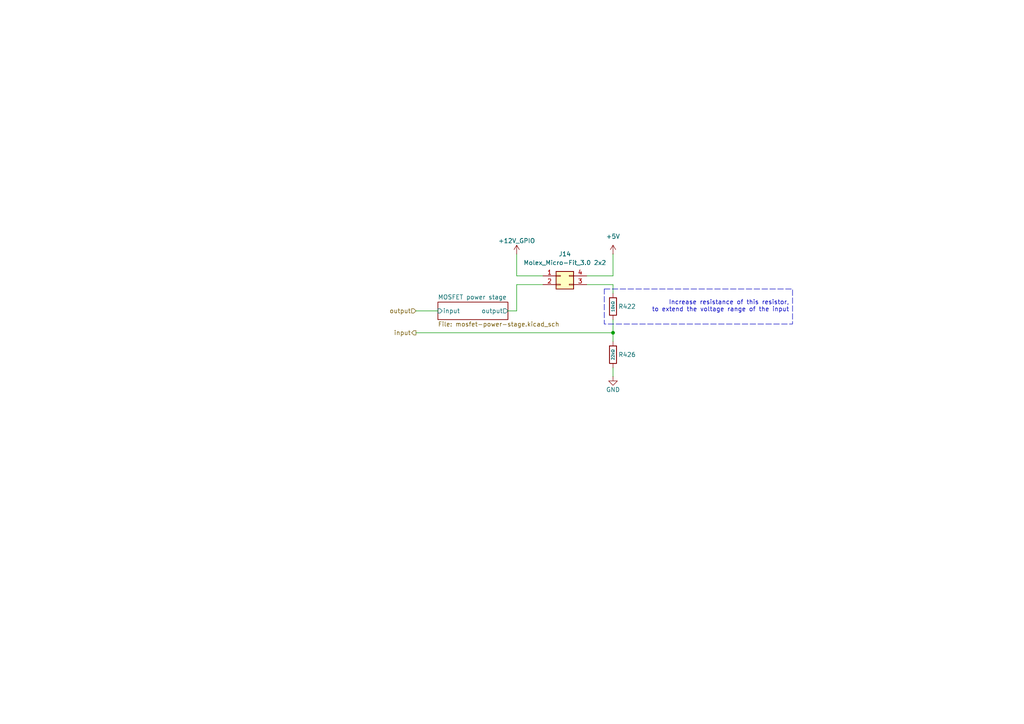
<source format=kicad_sch>
(kicad_sch (version 20250114) (generator "eeschema") (generator_version "9.0")
  (paper "A4")
  (title_block (title "ModuCard GPIO module") (date "2025-06-19") (rev "1.0.0") (company "KoNaR") (comment 1 "Base project authors: Dominik Pluta, Artem Horiunov") (comment 2 "Project author: Dominik Pluta"))
  (lib_symbols
    (symbol "0402,10kΩ_1" (pin_numbers (hide yes)) (pin_names (offset 0))
      (property "Reference" "R" (at 1.778 0 0))
      (property "Value" "10kΩ" (at 0 0 90))
      (symbol "0402,10kΩ_1_0_1"
        (rectangle (start -1.016 2.54) (end 1.016 -2.54) (stroke (width 0.254)))
      )
      (symbol "0402,10kΩ_1_1_1"
        (pin passive line (at 0 3.81 270) (length 1.27) (name "~") (number "1"))
        (pin passive line (at 0 -3.81 90) (length 1.27) (name "~") (number "2"))
      )
    )
    (symbol "Connector_Generic:Conn_02x02_Counter_Clockwise" (pin_names (offset 1.016) (hide yes))
      (property "Reference" "J" (at 1.27 2.54 0))
      (property "Value" "Conn_02x02_Counter_Clockwise" (at 1.27 -5.08 0))
      (symbol "Conn_02x02_Counter_Clockwise_1_1"
        (rectangle (start -1.27 1.27) (end 3.81 -3.81) (stroke (width 0.254)) (fill (type background)))
        (rectangle (start -1.27 0.127) (end 0 -0.127) (stroke (width 0.1524)))
        (rectangle (start -1.27 -2.413) (end 0 -2.667) (stroke (width 0.1524)))
        (rectangle (start 3.81 0.127) (end 2.54 -0.127) (stroke (width 0.1524)))
        (rectangle (start 3.81 -2.413) (end 2.54 -2.667) (stroke (width 0.1524)))
        (pin passive line (at -5.08 0 0) (length 3.81) (name "Pin_1") (number "1"))
        (pin passive line (at -5.08 -2.54 0) (length 3.81) (name "Pin_2") (number "2"))
        (pin passive line (at 7.62 0 180) (length 3.81) (name "Pin_4") (number "4"))
        (pin passive line (at 7.62 -2.54 180) (length 3.81) (name "Pin_3") (number "3"))
      )
    )
    (symbol "PCM_JLCPCB-Resistors:0402,22kΩ" (pin_numbers (hide yes)) (pin_names (offset 0))
      (property "Reference" "R" (at 1.778 0 0))
      (property "Value" "22kΩ" (at 0 0 90))
      (symbol "0402,22kΩ_0_1"
        (rectangle (start -1.016 2.54) (end 1.016 -2.54) (stroke (width 0.254)))
      )
      (symbol "0402,22kΩ_1_1"
        (pin passive line (at 0 3.81 270) (length 1.27) (name "~") (number "1"))
        (pin passive line (at 0 -3.81 90) (length 1.27) (name "~") (number "2"))
      )
    )
    (symbol "power:+12V" (power) (pin_numbers (hide yes)) (pin_names (offset 0) (hide yes))
      (property "Value" "+12V" (at 0 3.556 0))
      (symbol "+12V_0_1"
        (polyline (pts (xy -0.762 1.27) (xy 0 2.54)))
        (polyline (pts (xy 0 2.54) (xy 0.762 1.27)))
        (polyline (pts (xy 0 0) (xy 0 2.54)))
      )
      (symbol "+12V_1_1"
        (pin power_in line (at 0 0 90) (length 0) (name "~") (number "1"))
      )
    )
    (symbol "power:+5V" (power) (pin_numbers (hide yes)) (pin_names (offset 0) (hide yes))
      (property "Value" "+5V" (at 0 3.556 0))
      (symbol "+5V_0_1"
        (polyline (pts (xy -0.762 1.27) (xy 0 2.54)))
        (polyline (pts (xy 0 2.54) (xy 0.762 1.27)))
        (polyline (pts (xy 0 0) (xy 0 2.54)))
      )
      (symbol "+5V_1_1"
        (pin power_in line (at 0 0 90) (length 0) (name "~") (number "1"))
      )
    )
    (symbol "power:GND" (power) (pin_numbers (hide yes)) (pin_names (offset 0) (hide yes))
      (property "Value" "GND" (at 0 -3.81 0))
      (symbol "GND_0_1"
        (polyline (pts (xy 0 0) (xy 0 -1.27) (xy 1.27 -1.27) (xy 0 -2.54) (xy -1.27 -1.27) (xy 0 -1.27)))
      )
      (symbol "GND_1_1"
        (pin power_in line (at 0 0 270) (length 0) (name "~") (number "1"))
      )
    )
  )
  (text_box "\nIncrease resistance of this resistor,\nto extend the voltage range of the input" (at 175.26 83.82 0) (size 54.61 10.16) (margins 0.9525 0.9525 0.9525 0.9525) (stroke (width 0) (type dash)) (effects (font (size 1.27 1.27)) (justify right top)))
  (junction (at 177.8 96.52))
  (wire (pts (xy 177.8 80.01) (xy 170.18 80.01)))
  (wire (pts (xy 177.8 82.55) (xy 177.8 85.09)))
  (wire (pts (xy 149.86 73.66) (xy 149.86 80.01)))
  (wire (pts (xy 177.8 99.06) (xy 177.8 96.52)))
  (wire (pts (xy 149.86 80.01) (xy 157.48 80.01)))
  (wire (pts (xy 177.8 73.66) (xy 177.8 80.01)))
  (wire (pts (xy 120.65 90.17) (xy 127 90.17)))
  (wire (pts (xy 177.8 82.55) (xy 170.18 82.55)))
  (wire (pts (xy 177.8 92.71) (xy 177.8 96.52)))
  (wire (pts (xy 177.8 106.68) (xy 177.8 109.22)))
  (wire (pts (xy 149.86 82.55) (xy 149.86 90.17)))
  (wire (pts (xy 149.86 82.55) (xy 157.48 82.55)))
  (wire (pts (xy 149.86 90.17) (xy 147.32 90.17)))
  (wire (pts (xy 120.65 96.52) (xy 177.8 96.52)))
  (hierarchical_label "input" (shape output) (at 120.65 96.52 180))
  (hierarchical_label "output" (shape input) (at 120.65 90.17 180))
  (symbol (lib_id "power:GND") (at 177.8 109.22 0) (unit 1)
    (property "Reference" "#PWR0482" (effects (hide yes)))
    (property "Value" "GND" (at 177.8 113.03 0))
    (property "Description" "Power symbol creates a global label with name \"GND\" , ground" (effects (hide yes)))
    (instances (project "base-module" (path "" (reference "#PWR0485") (unit 1)) (path "" (reference "#PWR0483") (unit 1)) (path "" (reference "#PWR0482") (unit 1)) (path "" (reference "#PWR0484") (unit 1))))
  )
  (symbol (lib_name "0402,10kΩ_1") (lib_id "PCM_JLCPCB-Resistors:0402,10kΩ") (at 177.8 88.9 0) (unit 1)
    (property "Reference" "R419" (at 179.324 88.9 0) (effects (justify left)))
    (property "Value" "10kΩ" (at 177.8 88.9 90) (effects (font (size 0.8 0.8))))
    (property "Footprint" "PCM_JLCPCB:R_0402" (effects (hide yes)))
    (property "Datasheet" "https://www.lcsc.com/datasheet/lcsc_datasheet_2411221126_UNI-ROYAL-Uniroyal-Elec-0402WGF1002TCE_C25744.pdf" (effects (hide yes)))
    (property "Description" "62.5mW Thick Film Resistors 50V ±100ppm/°C ±1% 10kΩ 0402 Chip Resistor - Surface Mount ROHS" (effects (hide yes)))
    (property "LCSC" "C25744" (effects (hide yes)))
    (property "Stock" "6144808" (effects (hide yes)))
    (property "Price" "0.004USD" (effects (hide yes)))
    (property "Process" "SMT" (effects (hide yes)))
    (property "Minimum Qty" "5" (effects (hide yes)))
    (property "Attrition Qty" "10" (effects (hide yes)))
    (property "Class" "Basic Component" (effects (hide yes)))
    (property "Category" "Resistors,Chip Resistor - Surface Mount" (effects (hide yes)))
    (property "Manufacturer" "UNI-ROYAL(Uniroyal Elec)" (effects (hide yes)))
    (property "Part" "0402WGF1002TCE" (effects (hide yes)))
    (property "Resistance" "10kΩ" (effects (hide yes)))
    (property "Power(Watts)" "62.5mW" (effects (hide yes)))
    (property "Type" "Thick Film Resistors" (effects (hide yes)))
    (property "Overload Voltage (Max)" "50V" (effects (hide yes)))
    (property "Operating Temperature Range" "-55°C~+155°C" (effects (hide yes)))
    (property "Tolerance" "±1%" (effects (hide yes)))
    (property "Temperature Coefficient" "±100ppm/°C" (effects (hide yes)))
    (instances (project "base-module" (path "" (reference "R422") (unit 1)) (path "" (reference "R420") (unit 1)) (path "" (reference "R419") (unit 1)) (path "" (reference "R421") (unit 1))))
  )
  (symbol (lib_id "power:+12V") (at 149.86 73.66 0) (unit 1)
    (property "Reference" "#PWR0313" (effects (hide yes)))
    (property "Value" "+12V_GPIO" (at 149.86 69.85 0))
    (property "Description" "Power symbol creates a global label with name \"+12V\"" (effects (hide yes)))
    (instances (project "base-module" (path "" (reference "#PWR0325") (unit 1)) (path "" (reference "#PWR0314") (unit 1)) (path "" (reference "#PWR0313") (unit 1)) (path "" (reference "#PWR0324") (unit 1))))
  )
  (symbol (lib_id "PCM_JLCPCB-Resistors:0402,22kΩ") (at 177.8 102.87 0) (unit 1)
    (property "Reference" "R423" (at 179.324 102.87 0) (effects (justify left)))
    (property "Value" "22kΩ" (at 177.8 102.87 90) (effects (font (size 0.8 0.8))))
    (property "Footprint" "PCM_JLCPCB:R_0402" (effects (hide yes)))
    (property "Datasheet" "https://www.lcsc.com/datasheet/lcsc_datasheet_2206010100_UNI-ROYAL-Uniroyal-Elec-0402WGF2202TCE_C25768.pdf" (effects (hide yes)))
    (property "Description" "62.5mW Thick Film Resistors 50V ±100ppm/°C ±1% 22kΩ 0402 Chip Resistor - Surface Mount ROHS" (effects (hide yes)))
    (property "LCSC" "C25768" (effects (hide yes)))
    (property "Stock" "482150" (effects (hide yes)))
    (property "Price" "0.004USD" (effects (hide yes)))
    (property "Process" "SMT" (effects (hide yes)))
    (property "Minimum Qty" "20" (effects (hide yes)))
    (property "Attrition Qty" "10" (effects (hide yes)))
    (property "Class" "Basic Component" (effects (hide yes)))
    (property "Category" "Resistors,Chip Resistor - Surface Mount" (effects (hide yes)))
    (property "Manufacturer" "UNI-ROYAL(Uniroyal Elec)" (effects (hide yes)))
    (property "Part" "0402WGF2202TCE" (effects (hide yes)))
    (property "Resistance" "22kΩ" (effects (hide yes)))
    (property "Power(Watts)" "62.5mW" (effects (hide yes)))
    (property "Type" "Thick Film Resistors" (effects (hide yes)))
    (property "Overload Voltage (Max)" "50V" (effects (hide yes)))
    (property "Operating Temperature Range" "-55°C~+155°C" (effects (hide yes)))
    (property "Tolerance" "±1%" (effects (hide yes)))
    (property "Temperature Coefficient" "±100ppm/°C" (effects (hide yes)))
    (instances (project "base-module" (path "" (reference "R426") (unit 1)) (path "" (reference "R424") (unit 1)) (path "" (reference "R423") (unit 1)) (path "" (reference "R425") (unit 1))))
  )
  (symbol (lib_id "Connector_Generic:Conn_02x02_Counter_Clockwise") (at 162.56 80.01 0) (unit 1)
    (property "Reference" "J11" (at 163.83 73.66 0))
    (property "Value" "Molex_Micro-Fit_3.0 2x2" (at 163.83 76.2 0))
    (property "Footprint" "Molex_Micro-Fit_3.0_43045-0400_2x02_P3.00mm_Horizontal" (effects (hide yes)))
    (property "Description" "Generic connector, double row, 02x02, counter clockwise pin numbering scheme (similar to DIP package numbering), script generated (kicad-library-utils/schlib/autogen/connector/)" (effects (hide yes)))
    (property "MPN" "43045-0400" (effects (hide yes)))
    (instances (project "base-module" (path "" (reference "J14") (unit 1)) (path "" (reference "J12") (unit 1)) (path "" (reference "J11") (unit 1)) (path "" (reference "J13") (unit 1))))
  )
  (symbol (lib_id "power:+5V") (at 177.8 73.66 0) (unit 1)
    (property "Reference" "#PWR0103" (effects (hide yes)))
    (property "Value" "+5V" (at 177.8 68.58 0))
    (property "Description" "Power symbol creates a global label with name \"+5V\"" (effects (hide yes)))
    (instances (project "base-module" (path "" (reference "#PWR0106") (unit 1)) (path "" (reference "#PWR0104") (unit 1)) (path "" (reference "#PWR0103") (unit 1)) (path "" (reference "#PWR0105") (unit 1))))
  )
  (sheet (at 127 87.63) (size 20.32 5.08) (stroke (width 0.1524))
    (property "Sheetname" "MOSFET power stage" (at 127 86.9184 0) (effects (justify left bottom)))
    (property "Sheetfile" "mosfet-power-stage.kicad_sch" (at 127 93.2946 0) (effects (justify left top)))
    (pin "input" input (at 127 90.17 180))
    (pin "output" output (at 147.32 90.17 0))
  )
)
</source>
